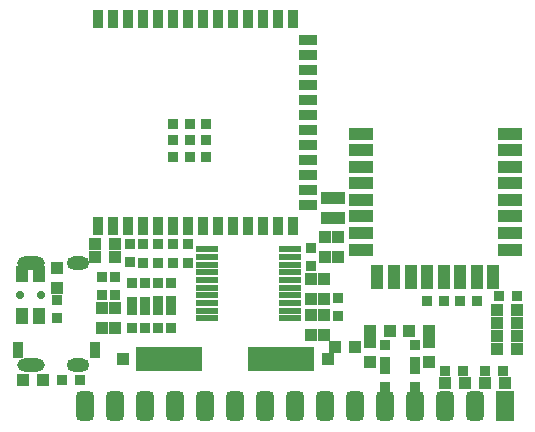
<source format=gts>
G04*
G04 #@! TF.GenerationSoftware,Altium Limited,Altium Designer,23.0.1 (38)*
G04*
G04 Layer_Color=8388736*
%FSTAX44Y44*%
%MOMM*%
G71*
G04*
G04 #@! TF.SameCoordinates,70A70F08-58DB-409B-8D52-4F46F491BF6E*
G04*
G04*
G04 #@! TF.FilePolarity,Negative*
G04*
G01*
G75*
%ADD14R,1.1000X1.0000*%
%ADD15R,0.9000X1.4000*%
%ADD16R,1.0500X1.4000*%
G04:AMPARAMS|DCode=17|XSize=1.9mm|YSize=0.48mm|CornerRadius=0.06mm|HoleSize=0mm|Usage=FLASHONLY|Rotation=180.000|XOffset=0mm|YOffset=0mm|HoleType=Round|Shape=RoundedRectangle|*
%AMROUNDEDRECTD17*
21,1,1.9000,0.3600,0,0,180.0*
21,1,1.7800,0.4800,0,0,180.0*
1,1,0.1200,-0.8900,0.1800*
1,1,0.1200,0.8900,0.1800*
1,1,0.1200,0.8900,-0.1800*
1,1,0.1200,-0.8900,-0.1800*
%
%ADD17ROUNDEDRECTD17*%
%ADD18R,0.9300X0.8700*%
%ADD19R,5.6000X2.1000*%
%ADD20R,1.0000X1.1000*%
%ADD21R,0.9000X1.5000*%
%ADD22R,1.5000X0.9000*%
%ADD23R,0.9000X0.9000*%
%ADD24R,2.0000X1.0000*%
%ADD25R,1.0000X2.0000*%
G04:AMPARAMS|DCode=27|XSize=1.5mm|YSize=2.5mm|CornerRadius=0.375mm|HoleSize=0mm|Usage=FLASHONLY|Rotation=180.000|XOffset=0mm|YOffset=0mm|HoleType=Round|Shape=RoundedRectangle|*
%AMROUNDEDRECTD27*
21,1,1.5000,1.7500,0,0,180.0*
21,1,0.7500,2.5000,0,0,180.0*
1,1,0.7500,-0.3750,0.8750*
1,1,0.7500,0.3750,0.8750*
1,1,0.7500,0.3750,-0.8750*
1,1,0.7500,-0.3750,-0.8750*
%
%ADD27ROUNDEDRECTD27*%
%ADD28R,1.5000X2.5000*%
%ADD29R,0.8700X0.9300*%
%ADD31R,1.1016X1.0015*%
%ADD32R,1.0015X1.1016*%
%ADD33O,1.9270X1.1270*%
%ADD34O,2.3270X1.1270*%
%ADD35C,0.7000*%
D14*
X00220862Y00036322D02*
D03*
X00237862D02*
D03*
X00364744Y00005842D02*
D03*
X00347744D02*
D03*
X0025058Y00049784D02*
D03*
X0026758D02*
D03*
X00300482D02*
D03*
X00283482D02*
D03*
X0004103Y00026416D02*
D03*
X0005803D02*
D03*
X00197866D02*
D03*
X00214866D02*
D03*
X00313944Y00005842D02*
D03*
X00330944D02*
D03*
X-00026552Y00008128D02*
D03*
X-00043552D02*
D03*
X0001729Y0012319D02*
D03*
X0003429D02*
D03*
Y00112522D02*
D03*
X0001729D02*
D03*
D15*
X-00047474Y00033782D02*
D03*
X00017526D02*
D03*
D16*
X-0004408Y00062264D02*
D03*
Y00098264D02*
D03*
X-0002958Y00062264D02*
D03*
Y00098264D02*
D03*
D17*
X00112274Y00060412D02*
D03*
Y00066912D02*
D03*
Y00073412D02*
D03*
Y00079912D02*
D03*
Y00086412D02*
D03*
Y00092912D02*
D03*
Y00099412D02*
D03*
Y00105912D02*
D03*
Y00112412D02*
D03*
Y00118912D02*
D03*
X00182374D02*
D03*
Y00112412D02*
D03*
Y00105912D02*
D03*
Y00099412D02*
D03*
Y00092912D02*
D03*
Y00086412D02*
D03*
Y00079912D02*
D03*
Y00073412D02*
D03*
Y00066912D02*
D03*
Y00060412D02*
D03*
D18*
X00023368Y00080334D02*
D03*
Y00095434D02*
D03*
X00049022Y00090262D02*
D03*
Y00074662D02*
D03*
X-00014732Y00076215D02*
D03*
Y00061115D02*
D03*
X0004699Y00123298D02*
D03*
Y00108198D02*
D03*
X00060052Y00052456D02*
D03*
Y00067556D02*
D03*
X0026289Y00002106D02*
D03*
Y00017706D02*
D03*
Y00023184D02*
D03*
Y00038284D02*
D03*
X00049022Y00052456D02*
D03*
Y00067556D02*
D03*
X00058674Y00123298D02*
D03*
Y00107698D02*
D03*
X00082113Y00090262D02*
D03*
Y00075162D02*
D03*
X00071083Y00090262D02*
D03*
Y00075162D02*
D03*
X0028829Y00002106D02*
D03*
Y00017706D02*
D03*
Y00023184D02*
D03*
Y00038284D02*
D03*
X00071374Y00123298D02*
D03*
Y00107698D02*
D03*
X00084074Y00123298D02*
D03*
Y00107698D02*
D03*
X00096774Y00123298D02*
D03*
Y00107698D02*
D03*
X00082113Y00067556D02*
D03*
Y00051956D02*
D03*
X00071083Y00067556D02*
D03*
Y00051956D02*
D03*
X00060052Y00090262D02*
D03*
Y00074662D02*
D03*
X00200152Y0012025D02*
D03*
Y0010515D02*
D03*
X00340816Y00090164D02*
D03*
Y00075064D02*
D03*
X00326816Y00090164D02*
D03*
Y00075064D02*
D03*
X00312816Y00090164D02*
D03*
Y00075064D02*
D03*
X00298704D02*
D03*
Y00090164D02*
D03*
X00223266Y000623D02*
D03*
Y000774D02*
D03*
X00034544Y00080334D02*
D03*
Y00095434D02*
D03*
D19*
X00080444Y00026416D02*
D03*
X00175444D02*
D03*
D20*
X00200152Y00093512D02*
D03*
Y00076512D02*
D03*
X00224536Y00162494D02*
D03*
Y00145494D02*
D03*
X-00014732Y00086242D02*
D03*
Y00103242D02*
D03*
X00214376Y00145494D02*
D03*
Y00162494D02*
D03*
X00200152Y00046512D02*
D03*
Y00063512D02*
D03*
X0022352Y00129412D02*
D03*
Y00112412D02*
D03*
X00211836Y00093512D02*
D03*
Y00076512D02*
D03*
X00250444Y00040132D02*
D03*
Y00023132D02*
D03*
X00300482Y00040184D02*
D03*
Y00023184D02*
D03*
X00212598Y00129412D02*
D03*
Y00112412D02*
D03*
X00211836Y00046512D02*
D03*
Y00063512D02*
D03*
D21*
X00020574Y00138662D02*
D03*
X00033274D02*
D03*
X00045974D02*
D03*
X00058674D02*
D03*
X00071374D02*
D03*
X00084074D02*
D03*
X00096774D02*
D03*
X00109474D02*
D03*
X00122174D02*
D03*
X00134874D02*
D03*
X00147574D02*
D03*
X00160274D02*
D03*
X00172974D02*
D03*
X00185674D02*
D03*
Y00313662D02*
D03*
X00172974D02*
D03*
X00160274D02*
D03*
X00147574D02*
D03*
X00134874D02*
D03*
X00122174D02*
D03*
X00109474D02*
D03*
X00096774D02*
D03*
X00084074D02*
D03*
X00071374D02*
D03*
X00058674D02*
D03*
X00045974D02*
D03*
X00033274D02*
D03*
X00020574D02*
D03*
D22*
X00198174Y00156312D02*
D03*
Y00169012D02*
D03*
Y00181712D02*
D03*
Y00194412D02*
D03*
Y00207112D02*
D03*
Y00219812D02*
D03*
Y00232512D02*
D03*
Y00245212D02*
D03*
Y00257912D02*
D03*
Y00270612D02*
D03*
Y00283312D02*
D03*
Y00296012D02*
D03*
D23*
X00097774Y00211162D02*
D03*
X00083774D02*
D03*
Y00197162D02*
D03*
X00097774D02*
D03*
X00111774D02*
D03*
Y00211162D02*
D03*
Y00225162D02*
D03*
X00097774D02*
D03*
X00083774D02*
D03*
D24*
X00368766Y00216764D02*
D03*
Y00202764D02*
D03*
Y00188764D02*
D03*
Y00174764D02*
D03*
Y00160764D02*
D03*
Y00146764D02*
D03*
Y00132764D02*
D03*
Y00118764D02*
D03*
X00242866Y00132764D02*
D03*
Y00146764D02*
D03*
Y00160764D02*
D03*
Y00174764D02*
D03*
Y00188764D02*
D03*
Y00202764D02*
D03*
Y00216764D02*
D03*
Y00118764D02*
D03*
D25*
X00354816Y00095814D02*
D03*
X00340816D02*
D03*
X00326816D02*
D03*
X00312816D02*
D03*
X00298816D02*
D03*
X00284816D02*
D03*
X00270816D02*
D03*
X00256816D02*
D03*
D27*
X00034544Y-0001397D02*
D03*
X00059944D02*
D03*
X00085344D02*
D03*
X00110744D02*
D03*
X00009144D02*
D03*
X00136144D02*
D03*
X00339344D02*
D03*
X00313944D02*
D03*
X00288544D02*
D03*
X00263144D02*
D03*
X00237744D02*
D03*
X00212344D02*
D03*
X00186944D02*
D03*
X00161544D02*
D03*
D28*
X00364744D02*
D03*
D29*
X00313944Y00016002D02*
D03*
X00329044D02*
D03*
X00362844D02*
D03*
X00347744D02*
D03*
X-0001009Y00008382D02*
D03*
X0000501D02*
D03*
X00359633Y00078994D02*
D03*
X00374733D02*
D03*
D31*
X00023368Y00069456D02*
D03*
Y00052456D02*
D03*
X00034544Y00069456D02*
D03*
Y00052456D02*
D03*
D32*
X00357733Y00067952D02*
D03*
X00374733D02*
D03*
X00357733Y00056731D02*
D03*
X00374733D02*
D03*
X00357733Y00045511D02*
D03*
X00374733D02*
D03*
Y0003429D02*
D03*
X00357733D02*
D03*
D33*
X00003354Y00107208D02*
D03*
Y00020808D02*
D03*
D34*
X-00036646Y00107208D02*
D03*
Y00020808D02*
D03*
D35*
X-0004583Y00080264D02*
D03*
X-0002783D02*
D03*
M02*

</source>
